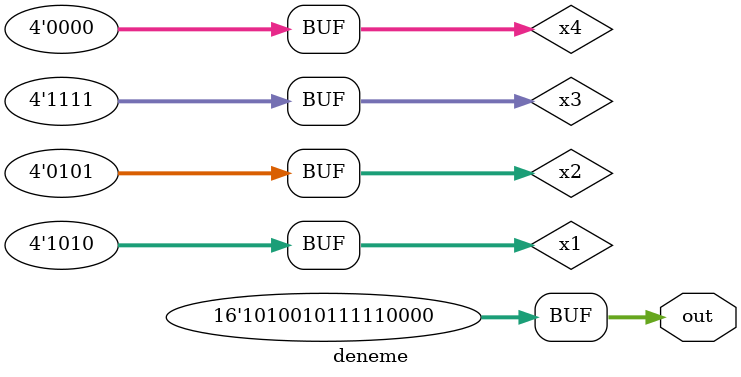
<source format=v>
module deneme(output [15:0] out);

	wire [3:0] x1 = 4'b1010; 
	wire [3:0] x2 = 4'b0101; 
	wire [3:0] x3 = 4'b1111; 
	wire [3:0] x4 = 4'b0000; 

	assign out = {x1,x2,x3,x4};
endmodule 
</source>
